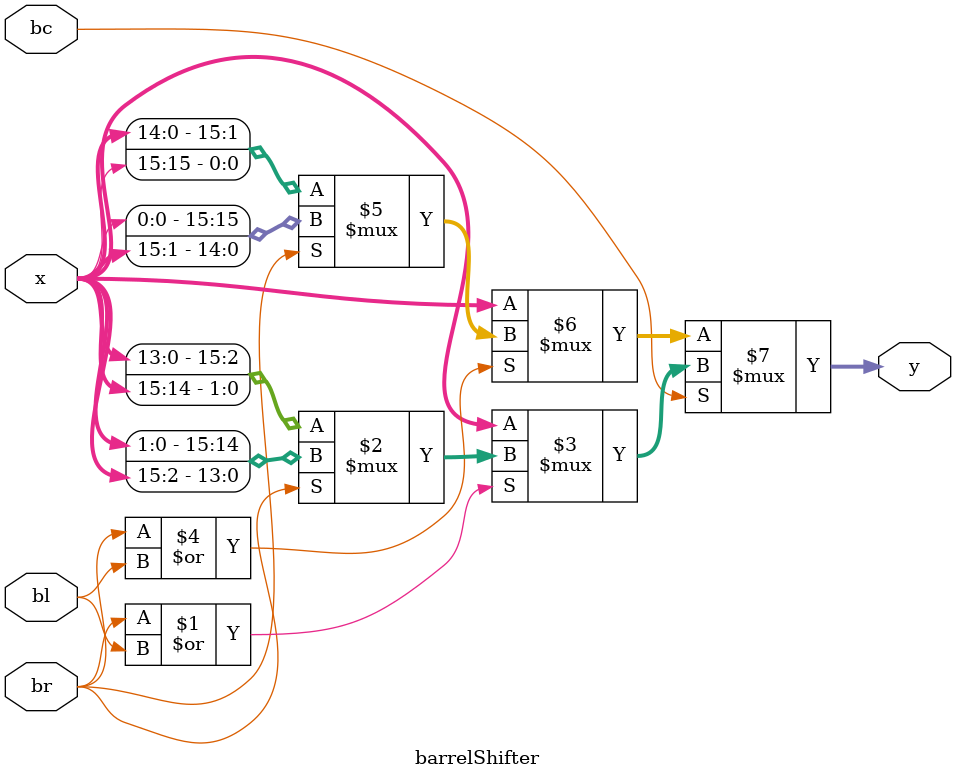
<source format=sv>
`timescale 1ns / 1ps


module barrelShifter(
    input [15:0] x,         //16bit bus input
    input br,               //right button
    input bl,               //left button
    input bc,               //center button
    output [15:0] y         //16bit bus output
    );
    

    //assign statement below commented out is the first conditional logic
    //assign y = (br|bl)?(br?{x[0],x[15:1]}:{x[14:0],x[15]}):(x);
    
    //Below assign statement is extra credit conditional statement
    assign y = bc?((br|bl)?(br?{x[1:0],x[15:2]}:{x[13:0],x[15:14]}):(x))
            :((br|bl)?(br?{x[0],x[15:1]}:{x[14:0],x[15]}):(x));
    
endmodule

</source>
